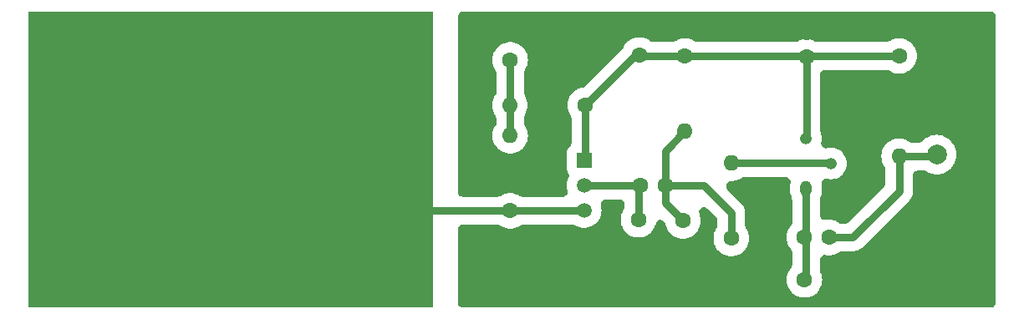
<source format=gbr>
%TF.GenerationSoftware,KiCad,Pcbnew,8.0.0*%
%TF.CreationDate,2024-03-20T10:39:22-03:00*%
%TF.ProjectId,miwhip,6d697768-6970-42e6-9b69-6361645f7063,rev?*%
%TF.SameCoordinates,Original*%
%TF.FileFunction,Copper,L2,Bot*%
%TF.FilePolarity,Positive*%
%FSLAX46Y46*%
G04 Gerber Fmt 4.6, Leading zero omitted, Abs format (unit mm)*
G04 Created by KiCad (PCBNEW 8.0.0) date 2024-03-20 10:39:22*
%MOMM*%
%LPD*%
G01*
G04 APERTURE LIST*
G04 Aperture macros list*
%AMRoundRect*
0 Rectangle with rounded corners*
0 $1 Rounding radius*
0 $2 $3 $4 $5 $6 $7 $8 $9 X,Y pos of 4 corners*
0 Add a 4 corners polygon primitive as box body*
4,1,4,$2,$3,$4,$5,$6,$7,$8,$9,$2,$3,0*
0 Add four circle primitives for the rounded corners*
1,1,$1+$1,$2,$3*
1,1,$1+$1,$4,$5*
1,1,$1+$1,$6,$7*
1,1,$1+$1,$8,$9*
0 Add four rect primitives between the rounded corners*
20,1,$1+$1,$2,$3,$4,$5,0*
20,1,$1+$1,$4,$5,$6,$7,0*
20,1,$1+$1,$6,$7,$8,$9,0*
20,1,$1+$1,$8,$9,$2,$3,0*%
G04 Aperture macros list end*
%TA.AperFunction,ComponentPad*%
%ADD10C,1.600000*%
%TD*%
%TA.AperFunction,ComponentPad*%
%ADD11O,1.600000X1.600000*%
%TD*%
%TA.AperFunction,ComponentPad*%
%ADD12R,1.500000X1.500000*%
%TD*%
%TA.AperFunction,ComponentPad*%
%ADD13C,1.500000*%
%TD*%
%TA.AperFunction,ComponentPad*%
%ADD14O,1.200000X1.600000*%
%TD*%
%TA.AperFunction,ComponentPad*%
%ADD15O,1.200000X1.200000*%
%TD*%
%TA.AperFunction,ComponentPad*%
%ADD16RoundRect,0.250002X-1.699998X-1.699998X1.699998X-1.699998X1.699998X1.699998X-1.699998X1.699998X0*%
%TD*%
%TA.AperFunction,ComponentPad*%
%ADD17C,2.000000*%
%TD*%
%TA.AperFunction,Conductor*%
%ADD18C,0.800000*%
%TD*%
G04 APERTURE END LIST*
D10*
%TO.P,C1,1*%
%TO.N,Net-(Q1-D)*%
X161400000Y-96400000D03*
%TO.P,C1,2*%
%TO.N,Earth*%
X161400000Y-93900000D03*
%TD*%
%TO.P,C2,1*%
%TO.N,Net-(Q1-S)*%
X161500000Y-109600000D03*
%TO.P,C2,2*%
%TO.N,Net-(C2-Pad2)*%
X164000000Y-109600000D03*
%TD*%
%TO.P,C3,1*%
%TO.N,Net-(Q1-D)*%
X178300000Y-96600000D03*
%TO.P,C3,2*%
%TO.N,Earth*%
X178300000Y-94100000D03*
%TD*%
%TO.P,C4,1*%
%TO.N,Net-(Q2-E)*%
X178100000Y-114900000D03*
%TO.P,C4,2*%
%TO.N,Net-(J2-In)*%
X180600000Y-114900000D03*
%TD*%
%TO.P,L1,1,1*%
%TO.N,Net-(Q1-D)*%
X187700000Y-96500000D03*
D11*
%TO.P,L1,2,2*%
%TO.N,Net-(J2-In)*%
X187700000Y-106660000D03*
%TD*%
D12*
%TO.P,Q1,1,D*%
%TO.N,Net-(Q1-D)*%
X155800000Y-107100000D03*
D13*
%TO.P,Q1,2,S*%
%TO.N,Net-(Q1-S)*%
X155800000Y-109640000D03*
%TO.P,Q1,3,G*%
%TO.N,Antenna*%
X155800000Y-112180000D03*
%TD*%
D14*
%TO.P,Q2,1,E*%
%TO.N,Net-(Q2-E)*%
X178260000Y-109940000D03*
D15*
%TO.P,Q2,2,B*%
%TO.N,Net-(Q2-B)*%
X180800000Y-107400000D03*
%TO.P,Q2,3,C*%
%TO.N,Net-(Q1-D)*%
X178260000Y-104860000D03*
%TD*%
D10*
%TO.P,R1,1*%
%TO.N,Net-(Q1-D)*%
X155900000Y-101500000D03*
D11*
%TO.P,R1,2*%
%TO.N,Net-(R1-Pad2)*%
X148280000Y-101500000D03*
%TD*%
D10*
%TO.P,R2,1*%
%TO.N,Antenna*%
X148300000Y-112200000D03*
D11*
%TO.P,R2,2*%
%TO.N,Net-(R1-Pad2)*%
X148300000Y-104580000D03*
%TD*%
D10*
%TO.P,R3,1*%
%TO.N,Net-(R1-Pad2)*%
X148300000Y-96900000D03*
D11*
%TO.P,R3,2*%
%TO.N,Earth*%
X155920000Y-96900000D03*
%TD*%
D10*
%TO.P,R4,1*%
%TO.N,Net-(Q1-S)*%
X161300000Y-113100000D03*
D11*
%TO.P,R4,2*%
%TO.N,Earth*%
X161300000Y-120720000D03*
%TD*%
D10*
%TO.P,R5,1*%
%TO.N,Net-(Q1-D)*%
X166000000Y-96500000D03*
D11*
%TO.P,R5,2*%
%TO.N,Net-(C2-Pad2)*%
X166000000Y-104120000D03*
%TD*%
D10*
%TO.P,R6,1*%
%TO.N,Net-(C2-Pad2)*%
X165800000Y-113200000D03*
D11*
%TO.P,R6,2*%
%TO.N,Earth*%
X165800000Y-120820000D03*
%TD*%
D10*
%TO.P,R7,1*%
%TO.N,Net-(C2-Pad2)*%
X170700000Y-115000000D03*
D11*
%TO.P,R7,2*%
%TO.N,Net-(Q2-B)*%
X170700000Y-107380000D03*
%TD*%
D10*
%TO.P,R8,1*%
%TO.N,Net-(Q2-E)*%
X178100000Y-119200000D03*
D11*
%TO.P,R8,2*%
%TO.N,Earth*%
X185720000Y-119200000D03*
%TD*%
D16*
%TO.P,J1,1,Pin_1*%
%TO.N,Earth*%
X193000000Y-119000000D03*
%TD*%
D17*
%TO.P,J3,1,In*%
%TO.N,Antenna*%
X139000000Y-112000000D03*
%TD*%
%TO.P,J2,1,In*%
%TO.N,Net-(J2-In)*%
X191500000Y-106500000D03*
%TD*%
D18*
%TO.N,Net-(Q1-D)*%
X161400000Y-96400000D02*
X161000000Y-96400000D01*
X178300000Y-96600000D02*
X178300000Y-104820000D01*
X155900000Y-107000000D02*
X155800000Y-107100000D01*
X178300000Y-104820000D02*
X178260000Y-104860000D01*
X187700000Y-96500000D02*
X161500000Y-96500000D01*
X161500000Y-96500000D02*
X161400000Y-96400000D01*
X161000000Y-96400000D02*
X155900000Y-101500000D01*
X155900000Y-101500000D02*
X155900000Y-107000000D01*
%TO.N,Net-(C2-Pad2)*%
X170700000Y-112400000D02*
X170700000Y-115000000D01*
X164000000Y-109600000D02*
X164000000Y-111400000D01*
X164000000Y-109600000D02*
X167900000Y-109600000D01*
X164000000Y-111400000D02*
X165800000Y-113200000D01*
X167900000Y-109600000D02*
X170700000Y-112400000D01*
X164000000Y-106120000D02*
X166000000Y-104120000D01*
X164000000Y-109600000D02*
X164000000Y-106120000D01*
%TO.N,Net-(Q1-S)*%
X155800000Y-109640000D02*
X161460000Y-109640000D01*
X161460000Y-109640000D02*
X161500000Y-109600000D01*
X161300000Y-113100000D02*
X161300000Y-109800000D01*
X161300000Y-109800000D02*
X161500000Y-109600000D01*
%TO.N,Net-(J2-In)*%
X180600000Y-114900000D02*
X183000000Y-114900000D01*
X191500000Y-106700000D02*
X187740000Y-106700000D01*
X187740000Y-106700000D02*
X187700000Y-106660000D01*
X187700000Y-110200000D02*
X187700000Y-106660000D01*
X183000000Y-114900000D02*
X187700000Y-110200000D01*
%TO.N,Net-(Q2-E)*%
X178260000Y-119040000D02*
X178100000Y-119200000D01*
X178260000Y-109940000D02*
X178260000Y-119040000D01*
%TO.N,Net-(Q2-B)*%
X170700000Y-107380000D02*
X180780000Y-107380000D01*
X180780000Y-107380000D02*
X180800000Y-107400000D01*
%TO.N,Net-(R1-Pad2)*%
X148300000Y-96900000D02*
X148300000Y-104580000D01*
%TO.N,Antenna*%
X155800000Y-112180000D02*
X139420000Y-112180000D01*
%TD*%
%TA.AperFunction,Conductor*%
%TO.N,Antenna*%
G36*
X140496632Y-92003368D02*
G01*
X140500000Y-92011500D01*
X140500000Y-121988500D01*
X140496632Y-121996632D01*
X140488500Y-122000000D01*
X99511500Y-122000000D01*
X99503368Y-121996632D01*
X99500000Y-121988500D01*
X99500000Y-92011500D01*
X99503368Y-92003368D01*
X99511500Y-92000000D01*
X140488500Y-92000000D01*
X140496632Y-92003368D01*
G37*
%TD.AperFunction*%
%TD*%
%TA.AperFunction,Conductor*%
%TO.N,Earth*%
G36*
X197141585Y-92020213D02*
G01*
X197270780Y-92079214D01*
X197378119Y-92172224D01*
X197454906Y-92291708D01*
X197494921Y-92427985D01*
X197500000Y-92499000D01*
X197500000Y-121501000D01*
X197479787Y-121641585D01*
X197420786Y-121770780D01*
X197327776Y-121878119D01*
X197208292Y-121954906D01*
X197072015Y-121994921D01*
X197001000Y-122000000D01*
X143499000Y-122000000D01*
X143358415Y-121979787D01*
X143229220Y-121920786D01*
X143121881Y-121827776D01*
X143045094Y-121708292D01*
X143005079Y-121572015D01*
X143000000Y-121501000D01*
X143000000Y-114079500D01*
X143020213Y-113938915D01*
X143079214Y-113809720D01*
X143172224Y-113702381D01*
X143291708Y-113625594D01*
X143427985Y-113585579D01*
X143499000Y-113580500D01*
X146974671Y-113580500D01*
X147115256Y-113600713D01*
X147244451Y-113659714D01*
X147255762Y-113667202D01*
X147397226Y-113763651D01*
X147640359Y-113880738D01*
X147898228Y-113960280D01*
X148165071Y-114000500D01*
X148165075Y-114000500D01*
X148434925Y-114000500D01*
X148434929Y-114000500D01*
X148701772Y-113960280D01*
X148959641Y-113880738D01*
X149202775Y-113763651D01*
X149344234Y-113667206D01*
X149471772Y-113604714D01*
X149611755Y-113580685D01*
X149625328Y-113580500D01*
X154592766Y-113580500D01*
X154733351Y-113600713D01*
X154862546Y-113659714D01*
X154873863Y-113667207D01*
X154896289Y-113682497D01*
X154922296Y-113700228D01*
X155158677Y-113814063D01*
X155409385Y-113891396D01*
X155668818Y-113930500D01*
X155668823Y-113930500D01*
X155931177Y-113930500D01*
X155931182Y-113930500D01*
X156190615Y-113891396D01*
X156441323Y-113814063D01*
X156677704Y-113700228D01*
X156894479Y-113552433D01*
X157086805Y-113373981D01*
X157250386Y-113168857D01*
X157381568Y-112941643D01*
X157381572Y-112941632D01*
X157381574Y-112941629D01*
X157443142Y-112784754D01*
X157477420Y-112697416D01*
X157535802Y-112441630D01*
X157555408Y-112180000D01*
X157535802Y-111918370D01*
X157477420Y-111662584D01*
X157474671Y-111650539D01*
X157463094Y-111508981D01*
X157491868Y-111369896D01*
X157558660Y-111244551D01*
X157658061Y-111143101D01*
X157782017Y-111073765D01*
X157920486Y-111042160D01*
X157961160Y-111040500D01*
X159400500Y-111040500D01*
X159541085Y-111060713D01*
X159670280Y-111119714D01*
X159777619Y-111212724D01*
X159854406Y-111332208D01*
X159894421Y-111468485D01*
X159899500Y-111539500D01*
X159899500Y-111795042D01*
X159879287Y-111935627D01*
X159820286Y-112064822D01*
X159812792Y-112076141D01*
X159808182Y-112082901D01*
X159673256Y-112316602D01*
X159673255Y-112316604D01*
X159574667Y-112567799D01*
X159545083Y-112697415D01*
X159514617Y-112830897D01*
X159494451Y-113100000D01*
X159514617Y-113369103D01*
X159517645Y-113382370D01*
X159574667Y-113632200D01*
X159673255Y-113883395D01*
X159673256Y-113883397D01*
X159808180Y-114117094D01*
X159808191Y-114117110D01*
X159976436Y-114328082D01*
X159976438Y-114328084D01*
X159976439Y-114328085D01*
X160174259Y-114511635D01*
X160397226Y-114663651D01*
X160640359Y-114780738D01*
X160898228Y-114860280D01*
X161165071Y-114900500D01*
X161165075Y-114900500D01*
X161434925Y-114900500D01*
X161434929Y-114900500D01*
X161701772Y-114860280D01*
X161959641Y-114780738D01*
X162202775Y-114663651D01*
X162425741Y-114511635D01*
X162623561Y-114328085D01*
X162791815Y-114117102D01*
X162926743Y-113883398D01*
X163025334Y-113632195D01*
X163052100Y-113514922D01*
X163103086Y-113382370D01*
X163189356Y-113269543D01*
X163303919Y-113185591D01*
X163437493Y-113137316D01*
X163579258Y-113128628D01*
X163717727Y-113160232D01*
X163841684Y-113229567D01*
X163941085Y-113331017D01*
X164007878Y-113456361D01*
X164025076Y-113514928D01*
X164039220Y-113576899D01*
X164074666Y-113732195D01*
X164074667Y-113732198D01*
X164074668Y-113732201D01*
X164173255Y-113983395D01*
X164173256Y-113983397D01*
X164308180Y-114217094D01*
X164308191Y-114217110D01*
X164476436Y-114428082D01*
X164476438Y-114428084D01*
X164476439Y-114428085D01*
X164674259Y-114611635D01*
X164897226Y-114763651D01*
X165140359Y-114880738D01*
X165398228Y-114960280D01*
X165665071Y-115000500D01*
X165665075Y-115000500D01*
X165934925Y-115000500D01*
X165934929Y-115000500D01*
X166201772Y-114960280D01*
X166459641Y-114880738D01*
X166702775Y-114763651D01*
X166925741Y-114611635D01*
X167123561Y-114428085D01*
X167291815Y-114217102D01*
X167426743Y-113983398D01*
X167525334Y-113732195D01*
X167585383Y-113469103D01*
X167605549Y-113200000D01*
X167585383Y-112930897D01*
X167525334Y-112667805D01*
X167454683Y-112487791D01*
X167422138Y-112349544D01*
X167429859Y-112207724D01*
X167477224Y-112073824D01*
X167560394Y-111958692D01*
X167672631Y-111871655D01*
X167804843Y-111819765D01*
X167946318Y-111807225D01*
X168085596Y-111835051D01*
X168211392Y-111900989D01*
X168272035Y-111952641D01*
X169153346Y-112833952D01*
X169238462Y-112947653D01*
X169288096Y-113080728D01*
X169299500Y-113186798D01*
X169299500Y-113695042D01*
X169279287Y-113835627D01*
X169220286Y-113964822D01*
X169212792Y-113976141D01*
X169208182Y-113982901D01*
X169073256Y-114216602D01*
X169073255Y-114216604D01*
X168974667Y-114467799D01*
X168929966Y-114663648D01*
X168914617Y-114730897D01*
X168894451Y-115000000D01*
X168914617Y-115269103D01*
X168914618Y-115269107D01*
X168974667Y-115532200D01*
X169073255Y-115783395D01*
X169073256Y-115783397D01*
X169208180Y-116017094D01*
X169208191Y-116017110D01*
X169376436Y-116228082D01*
X169376438Y-116228084D01*
X169376439Y-116228085D01*
X169574259Y-116411635D01*
X169797226Y-116563651D01*
X170040359Y-116680738D01*
X170298228Y-116760280D01*
X170565071Y-116800500D01*
X170565075Y-116800500D01*
X170834925Y-116800500D01*
X170834929Y-116800500D01*
X171101772Y-116760280D01*
X171359641Y-116680738D01*
X171602775Y-116563651D01*
X171825741Y-116411635D01*
X172023561Y-116228085D01*
X172191815Y-116017102D01*
X172326743Y-115783398D01*
X172425334Y-115532195D01*
X172485383Y-115269103D01*
X172505549Y-115000000D01*
X172485383Y-114730897D01*
X172425334Y-114467805D01*
X172386086Y-114367805D01*
X172326744Y-114216604D01*
X172326743Y-114216602D01*
X172191817Y-113982901D01*
X172187208Y-113976141D01*
X172183247Y-113968058D01*
X172182479Y-113966727D01*
X172182569Y-113966674D01*
X172124714Y-113848598D01*
X172100685Y-113708616D01*
X172100500Y-113695042D01*
X172100500Y-112530848D01*
X172100501Y-112530823D01*
X172100501Y-112289779D01*
X172087505Y-112207724D01*
X172066015Y-112072049D01*
X172022332Y-111937606D01*
X171997895Y-111862394D01*
X171997894Y-111862392D01*
X171997893Y-111862389D01*
X171897817Y-111665982D01*
X171897815Y-111665978D01*
X171768242Y-111487635D01*
X171768237Y-111487630D01*
X171768235Y-111487627D01*
X171599844Y-111319237D01*
X171599835Y-111319229D01*
X170312952Y-110032346D01*
X170227836Y-109918645D01*
X170178202Y-109785570D01*
X170168069Y-109643902D01*
X170198260Y-109505117D01*
X170266328Y-109380460D01*
X170366758Y-109280030D01*
X170491415Y-109211962D01*
X170630200Y-109181771D01*
X170665798Y-109180500D01*
X170834925Y-109180500D01*
X170834929Y-109180500D01*
X171101772Y-109140280D01*
X171359641Y-109060738D01*
X171602775Y-108943651D01*
X171627385Y-108926872D01*
X171714899Y-108867207D01*
X171842441Y-108804713D01*
X171982424Y-108780685D01*
X171995995Y-108780500D01*
X176207266Y-108780500D01*
X176347851Y-108800713D01*
X176477046Y-108859714D01*
X176584385Y-108952724D01*
X176661172Y-109072208D01*
X176701187Y-109208485D01*
X176701187Y-109350515D01*
X176700122Y-109357561D01*
X176659500Y-109614037D01*
X176659500Y-110265962D01*
X176698908Y-110514779D01*
X176698912Y-110514795D01*
X176776756Y-110754373D01*
X176776758Y-110754378D01*
X176805111Y-110810022D01*
X176850926Y-110944460D01*
X176859500Y-111036566D01*
X176859500Y-113393152D01*
X176839287Y-113533737D01*
X176780286Y-113662932D01*
X176750633Y-113704274D01*
X176608191Y-113882889D01*
X176608180Y-113882905D01*
X176473256Y-114116602D01*
X176473255Y-114116604D01*
X176374667Y-114367799D01*
X176341838Y-114511633D01*
X176314617Y-114630897D01*
X176294451Y-114900000D01*
X176314617Y-115169103D01*
X176314618Y-115169107D01*
X176374667Y-115432200D01*
X176473255Y-115683395D01*
X176473256Y-115683397D01*
X176608180Y-115917094D01*
X176608191Y-115917110D01*
X176750633Y-116095726D01*
X176822483Y-116218242D01*
X176856906Y-116356037D01*
X176859500Y-116406848D01*
X176859500Y-117693152D01*
X176839287Y-117833737D01*
X176780286Y-117962932D01*
X176750633Y-118004274D01*
X176608191Y-118182889D01*
X176608180Y-118182905D01*
X176473256Y-118416602D01*
X176473255Y-118416604D01*
X176374667Y-118667799D01*
X176374666Y-118667805D01*
X176314617Y-118930897D01*
X176294451Y-119200000D01*
X176314617Y-119469103D01*
X176314618Y-119469107D01*
X176374667Y-119732200D01*
X176473255Y-119983395D01*
X176473256Y-119983397D01*
X176608180Y-120217094D01*
X176608191Y-120217110D01*
X176776436Y-120428082D01*
X176776438Y-120428084D01*
X176776439Y-120428085D01*
X176974259Y-120611635D01*
X177197226Y-120763651D01*
X177440359Y-120880738D01*
X177698228Y-120960280D01*
X177965071Y-121000500D01*
X177965075Y-121000500D01*
X178234925Y-121000500D01*
X178234929Y-121000500D01*
X178501772Y-120960280D01*
X178759641Y-120880738D01*
X179002775Y-120763651D01*
X179225741Y-120611635D01*
X179423561Y-120428085D01*
X179591815Y-120217102D01*
X179726743Y-119983398D01*
X179825334Y-119732195D01*
X179885383Y-119469103D01*
X179905549Y-119200000D01*
X179885383Y-118930897D01*
X179825334Y-118667805D01*
X179726743Y-118416602D01*
X179726739Y-118416596D01*
X179718642Y-118399781D01*
X179719943Y-118399154D01*
X179674562Y-118285787D01*
X179660500Y-118168159D01*
X179660500Y-117159079D01*
X179680713Y-117018494D01*
X179739714Y-116889299D01*
X179832724Y-116781960D01*
X179952208Y-116705173D01*
X180088485Y-116665158D01*
X180230515Y-116665158D01*
X180233785Y-116665639D01*
X180465071Y-116700500D01*
X180465075Y-116700500D01*
X180734925Y-116700500D01*
X180734929Y-116700500D01*
X181001772Y-116660280D01*
X181259641Y-116580738D01*
X181502775Y-116463651D01*
X181539502Y-116438611D01*
X181614899Y-116387207D01*
X181742441Y-116324713D01*
X181882424Y-116300685D01*
X181895995Y-116300500D01*
X182869152Y-116300500D01*
X182869176Y-116300501D01*
X182889778Y-116300501D01*
X183110221Y-116300501D01*
X183110222Y-116300501D01*
X183327951Y-116266015D01*
X183537606Y-116197895D01*
X183734022Y-116097815D01*
X183774726Y-116068242D01*
X183912365Y-115968242D01*
X183912369Y-115968237D01*
X183912372Y-115968236D01*
X184096676Y-115783931D01*
X184096687Y-115783917D01*
X188583917Y-111296687D01*
X188583931Y-111296676D01*
X188768235Y-111112372D01*
X188768242Y-111112365D01*
X188897815Y-110934022D01*
X188997895Y-110737606D01*
X189066015Y-110527951D01*
X189077029Y-110458412D01*
X189100501Y-110310222D01*
X189100501Y-110089778D01*
X189100501Y-110072084D01*
X189100500Y-110072054D01*
X189100500Y-108599500D01*
X189120713Y-108458915D01*
X189179714Y-108329720D01*
X189272724Y-108222381D01*
X189392208Y-108145594D01*
X189528485Y-108105579D01*
X189599500Y-108100500D01*
X190134217Y-108100500D01*
X190274802Y-108120713D01*
X190403995Y-108179713D01*
X190415685Y-108187226D01*
X190666839Y-108324367D01*
X190857648Y-108395535D01*
X190934956Y-108424370D01*
X191195138Y-108480968D01*
X191214572Y-108485196D01*
X191500000Y-108505610D01*
X191785428Y-108485196D01*
X191906240Y-108458915D01*
X192065043Y-108424370D01*
X192083760Y-108417389D01*
X192333161Y-108324367D01*
X192584315Y-108187226D01*
X192813395Y-108015739D01*
X193015739Y-107813395D01*
X193187226Y-107584315D01*
X193324367Y-107333161D01*
X193424369Y-107065046D01*
X193485196Y-106785428D01*
X193505610Y-106500000D01*
X193485196Y-106214572D01*
X193469768Y-106143651D01*
X193424370Y-105934956D01*
X193395535Y-105857648D01*
X193324367Y-105666839D01*
X193187226Y-105415685D01*
X193079357Y-105271589D01*
X193015741Y-105186607D01*
X192813392Y-104984258D01*
X192675947Y-104881368D01*
X192584315Y-104812774D01*
X192584313Y-104812773D01*
X192584312Y-104812772D01*
X192333161Y-104675633D01*
X192065043Y-104575629D01*
X191785436Y-104514805D01*
X191785430Y-104514804D01*
X191785428Y-104514804D01*
X191500000Y-104494390D01*
X191214572Y-104514804D01*
X191214569Y-104514804D01*
X191214563Y-104514805D01*
X190934956Y-104575629D01*
X190666838Y-104675633D01*
X190415687Y-104812772D01*
X190415682Y-104812776D01*
X190186607Y-104984258D01*
X190017520Y-105153346D01*
X189903819Y-105238462D01*
X189770744Y-105288096D01*
X189664674Y-105299500D01*
X189054664Y-105299500D01*
X188914079Y-105279287D01*
X188784884Y-105220286D01*
X188773567Y-105212793D01*
X188602781Y-105096353D01*
X188602780Y-105096352D01*
X188602775Y-105096349D01*
X188510181Y-105051758D01*
X188359649Y-104979265D01*
X188359646Y-104979264D01*
X188359643Y-104979263D01*
X188359641Y-104979262D01*
X188101772Y-104899720D01*
X188101770Y-104899719D01*
X188101768Y-104899719D01*
X187995805Y-104883748D01*
X187834929Y-104859500D01*
X187565071Y-104859500D01*
X187441458Y-104878131D01*
X187298230Y-104899719D01*
X187138104Y-104949111D01*
X187040359Y-104979262D01*
X187040355Y-104979263D01*
X187040349Y-104979266D01*
X186797233Y-105096345D01*
X186797222Y-105096351D01*
X186574257Y-105248366D01*
X186376436Y-105431917D01*
X186208191Y-105642889D01*
X186208180Y-105642905D01*
X186073256Y-105876602D01*
X186073255Y-105876604D01*
X185974667Y-106127799D01*
X185921006Y-106362905D01*
X185914617Y-106390897D01*
X185894451Y-106660000D01*
X185914617Y-106929103D01*
X185914618Y-106929107D01*
X185974667Y-107192200D01*
X186073255Y-107443395D01*
X186073258Y-107443401D01*
X186154613Y-107584312D01*
X186208185Y-107677102D01*
X186208192Y-107677111D01*
X186212795Y-107683862D01*
X186216758Y-107691951D01*
X186217521Y-107693272D01*
X186217431Y-107693323D01*
X186275287Y-107811405D01*
X186299315Y-107951388D01*
X186299500Y-107964957D01*
X186299500Y-109413202D01*
X186279287Y-109553787D01*
X186220286Y-109682982D01*
X186153346Y-109766048D01*
X182566048Y-113353346D01*
X182452347Y-113438462D01*
X182319272Y-113488096D01*
X182213202Y-113499500D01*
X181895995Y-113499500D01*
X181755410Y-113479287D01*
X181626215Y-113420286D01*
X181614899Y-113412793D01*
X181502788Y-113336357D01*
X181502780Y-113336352D01*
X181502775Y-113336349D01*
X181364051Y-113269543D01*
X181259649Y-113219265D01*
X181259646Y-113219264D01*
X181259643Y-113219263D01*
X181259641Y-113219262D01*
X181001772Y-113139720D01*
X181001770Y-113139719D01*
X181001768Y-113139719D01*
X180895805Y-113123748D01*
X180734929Y-113099500D01*
X180465071Y-113099500D01*
X180411454Y-113107581D01*
X180233869Y-113134347D01*
X180091842Y-113135312D01*
X179955297Y-113096224D01*
X179835294Y-113020250D01*
X179741557Y-112913546D01*
X179681679Y-112784754D01*
X179660512Y-112644310D01*
X179660500Y-112640920D01*
X179660500Y-111036566D01*
X179680713Y-110895981D01*
X179714889Y-110810022D01*
X179740740Y-110759287D01*
X179743241Y-110754379D01*
X179781591Y-110636350D01*
X179821087Y-110514795D01*
X179821087Y-110514791D01*
X179821090Y-110514785D01*
X179839350Y-110399500D01*
X179860500Y-110265962D01*
X179860500Y-109614042D01*
X179860500Y-109614038D01*
X179846660Y-109526661D01*
X179844632Y-109384655D01*
X179882695Y-109247820D01*
X179957768Y-109127252D01*
X180063767Y-109032718D01*
X180192106Y-108971876D01*
X180332388Y-108949657D01*
X180456005Y-108963393D01*
X180534543Y-108982247D01*
X180548852Y-108985683D01*
X180800000Y-109005449D01*
X181051148Y-108985683D01*
X181296111Y-108926873D01*
X181528859Y-108830466D01*
X181743659Y-108698836D01*
X181849915Y-108608085D01*
X181935222Y-108535226D01*
X181935226Y-108535222D01*
X182098830Y-108343666D01*
X182098829Y-108343666D01*
X182098836Y-108343659D01*
X182230466Y-108128859D01*
X182326873Y-107896111D01*
X182385683Y-107651148D01*
X182405449Y-107400000D01*
X182385683Y-107148852D01*
X182326873Y-106903889D01*
X182230466Y-106671141D01*
X182098836Y-106456341D01*
X182098832Y-106456337D01*
X182098830Y-106456333D01*
X181935226Y-106264777D01*
X181935222Y-106264773D01*
X181743666Y-106101169D01*
X181743660Y-106101165D01*
X181743659Y-106101164D01*
X181528859Y-105969534D01*
X181296111Y-105873127D01*
X181184668Y-105846372D01*
X181051153Y-105814318D01*
X181051151Y-105814317D01*
X181051148Y-105814317D01*
X180800000Y-105794551D01*
X180548852Y-105814317D01*
X180548850Y-105814317D01*
X180548842Y-105814318D01*
X180415327Y-105846372D01*
X180273908Y-105859536D01*
X180134509Y-105832324D01*
X180008423Y-105766941D01*
X179905865Y-105668684D01*
X179835143Y-105545513D01*
X179801988Y-105407407D01*
X179809084Y-105265554D01*
X179813628Y-105244669D01*
X179845681Y-105111157D01*
X179845681Y-105111156D01*
X179845683Y-105111148D01*
X179865449Y-104860000D01*
X179845683Y-104608852D01*
X179786873Y-104363889D01*
X179738484Y-104247066D01*
X179703359Y-104109448D01*
X179700500Y-104056108D01*
X179700500Y-98399500D01*
X179720713Y-98258915D01*
X179779714Y-98129720D01*
X179872724Y-98022381D01*
X179992208Y-97945594D01*
X180128485Y-97905579D01*
X180199500Y-97900500D01*
X186404006Y-97900500D01*
X186544591Y-97920713D01*
X186673786Y-97979714D01*
X186685102Y-97987207D01*
X186797212Y-98063642D01*
X186797216Y-98063644D01*
X186797226Y-98063651D01*
X187040359Y-98180738D01*
X187298228Y-98260280D01*
X187565071Y-98300500D01*
X187565075Y-98300500D01*
X187834925Y-98300500D01*
X187834929Y-98300500D01*
X188101772Y-98260280D01*
X188359641Y-98180738D01*
X188602775Y-98063651D01*
X188825741Y-97911635D01*
X189023561Y-97728085D01*
X189191815Y-97517102D01*
X189326743Y-97283398D01*
X189425334Y-97032195D01*
X189485383Y-96769103D01*
X189505549Y-96500000D01*
X189485383Y-96230897D01*
X189425334Y-95967805D01*
X189326743Y-95716602D01*
X189191815Y-95482898D01*
X189112077Y-95382910D01*
X189023563Y-95271917D01*
X188966814Y-95219262D01*
X188825741Y-95088365D01*
X188602775Y-94936349D01*
X188519428Y-94896211D01*
X188359649Y-94819265D01*
X188359646Y-94819264D01*
X188359643Y-94819263D01*
X188359641Y-94819262D01*
X188101772Y-94739720D01*
X188101770Y-94739719D01*
X188101768Y-94739719D01*
X187995805Y-94723748D01*
X187834929Y-94699500D01*
X187565071Y-94699500D01*
X187441458Y-94718131D01*
X187298230Y-94739719D01*
X187138104Y-94789111D01*
X187040359Y-94819262D01*
X187040355Y-94819263D01*
X187040349Y-94819266D01*
X186797233Y-94936345D01*
X186797212Y-94936357D01*
X186685102Y-95012793D01*
X186557560Y-95075287D01*
X186417577Y-95099315D01*
X186404006Y-95099500D01*
X179445862Y-95099500D01*
X179305277Y-95079287D01*
X179220335Y-95042913D01*
X179219596Y-95044450D01*
X179202776Y-95036350D01*
X179202775Y-95036349D01*
X179130496Y-95001541D01*
X178959649Y-94919265D01*
X178959646Y-94919264D01*
X178959643Y-94919263D01*
X178959641Y-94919262D01*
X178701772Y-94839720D01*
X178701770Y-94839719D01*
X178701768Y-94839719D01*
X178595805Y-94823748D01*
X178434929Y-94799500D01*
X178165071Y-94799500D01*
X178041458Y-94818131D01*
X177898230Y-94839719D01*
X177738104Y-94889111D01*
X177640359Y-94919262D01*
X177640355Y-94919263D01*
X177640349Y-94919266D01*
X177380404Y-95044450D01*
X177379394Y-95042353D01*
X177271775Y-95085436D01*
X177154139Y-95099500D01*
X167295995Y-95099500D01*
X167155410Y-95079287D01*
X167026215Y-95020286D01*
X167014899Y-95012793D01*
X166902788Y-94936357D01*
X166902780Y-94936352D01*
X166902775Y-94936349D01*
X166819428Y-94896211D01*
X166659649Y-94819265D01*
X166659646Y-94819264D01*
X166659643Y-94819263D01*
X166659641Y-94819262D01*
X166401772Y-94739720D01*
X166401770Y-94739719D01*
X166401768Y-94739719D01*
X166295805Y-94723748D01*
X166134929Y-94699500D01*
X165865071Y-94699500D01*
X165741458Y-94718131D01*
X165598230Y-94739719D01*
X165438104Y-94789111D01*
X165340359Y-94819262D01*
X165340355Y-94819263D01*
X165340349Y-94819266D01*
X165097233Y-94936345D01*
X165097212Y-94936357D01*
X164985102Y-95012793D01*
X164857560Y-95075287D01*
X164717577Y-95099315D01*
X164704006Y-95099500D01*
X162839707Y-95099500D01*
X162699122Y-95079287D01*
X162569927Y-95020286D01*
X162528579Y-94990629D01*
X162525747Y-94988370D01*
X162525741Y-94988365D01*
X162302775Y-94836349D01*
X162219428Y-94796211D01*
X162059649Y-94719265D01*
X162059646Y-94719264D01*
X162059643Y-94719263D01*
X162059641Y-94719262D01*
X161801772Y-94639720D01*
X161801770Y-94639719D01*
X161801768Y-94639719D01*
X161695805Y-94623748D01*
X161534929Y-94599500D01*
X161265071Y-94599500D01*
X161141458Y-94618131D01*
X160998230Y-94639719D01*
X160838104Y-94689111D01*
X160740359Y-94719262D01*
X160740355Y-94719263D01*
X160740349Y-94719266D01*
X160497233Y-94836345D01*
X160497222Y-94836351D01*
X160274257Y-94988366D01*
X160076436Y-95171917D01*
X159908191Y-95382889D01*
X159908177Y-95382910D01*
X159765759Y-95629587D01*
X159686458Y-95732934D01*
X155827983Y-99591409D01*
X155714282Y-99676525D01*
X155581207Y-99726159D01*
X155549513Y-99731989D01*
X155498237Y-99739718D01*
X155498232Y-99739719D01*
X155498229Y-99739719D01*
X155498228Y-99739720D01*
X155240359Y-99819262D01*
X155240355Y-99819263D01*
X155240349Y-99819266D01*
X154997233Y-99936345D01*
X154997222Y-99936351D01*
X154774257Y-100088366D01*
X154576436Y-100271917D01*
X154408191Y-100482889D01*
X154408180Y-100482905D01*
X154273256Y-100716602D01*
X154273255Y-100716604D01*
X154174667Y-100967799D01*
X154174666Y-100967805D01*
X154114617Y-101230897D01*
X154094451Y-101500000D01*
X154114617Y-101769103D01*
X154137514Y-101869421D01*
X154174667Y-102032200D01*
X154273255Y-102283395D01*
X154273258Y-102283401D01*
X154363246Y-102439265D01*
X154408185Y-102517102D01*
X154408192Y-102517111D01*
X154412795Y-102523862D01*
X154416758Y-102531951D01*
X154417521Y-102533272D01*
X154417431Y-102533323D01*
X154475287Y-102651405D01*
X154499315Y-102791388D01*
X154499500Y-102804957D01*
X154499500Y-105271589D01*
X154479287Y-105412174D01*
X154420286Y-105541369D01*
X154353346Y-105624435D01*
X154338889Y-105638891D01*
X154210304Y-105796589D01*
X154210302Y-105796592D01*
X154116095Y-105976942D01*
X154116090Y-105976953D01*
X154066027Y-106151917D01*
X154060114Y-106172582D01*
X154049500Y-106291963D01*
X154049500Y-106291969D01*
X154049500Y-106291970D01*
X154049500Y-107908030D01*
X154053035Y-107947792D01*
X154060114Y-108027418D01*
X154081025Y-108100500D01*
X154116090Y-108223046D01*
X154116094Y-108223057D01*
X154217606Y-108417389D01*
X154264781Y-108551356D01*
X154272301Y-108693187D01*
X154239559Y-108831391D01*
X154224895Y-108864937D01*
X154218426Y-108878368D01*
X154122582Y-109122577D01*
X154122580Y-109122584D01*
X154067201Y-109365215D01*
X154064198Y-109378370D01*
X154044592Y-109640000D01*
X154064198Y-109901630D01*
X154064199Y-109901634D01*
X154125329Y-110169461D01*
X154136906Y-110311019D01*
X154108132Y-110450104D01*
X154041340Y-110575449D01*
X153941939Y-110676899D01*
X153817983Y-110746235D01*
X153679514Y-110777840D01*
X153638840Y-110779500D01*
X149566660Y-110779500D01*
X149426075Y-110759287D01*
X149296880Y-110700286D01*
X149285563Y-110692793D01*
X149202781Y-110636353D01*
X149202776Y-110636350D01*
X149202775Y-110636349D01*
X149076315Y-110575449D01*
X148959649Y-110519265D01*
X148959646Y-110519264D01*
X148959643Y-110519263D01*
X148959641Y-110519262D01*
X148701772Y-110439720D01*
X148701770Y-110439719D01*
X148701768Y-110439719D01*
X148595805Y-110423748D01*
X148434929Y-110399500D01*
X148165071Y-110399500D01*
X148041458Y-110418131D01*
X147898230Y-110439719D01*
X147742382Y-110487792D01*
X147640359Y-110519262D01*
X147523686Y-110575449D01*
X147397223Y-110636350D01*
X147314438Y-110692793D01*
X147186895Y-110755286D01*
X147046913Y-110779315D01*
X147033341Y-110779500D01*
X143499000Y-110779500D01*
X143358415Y-110759287D01*
X143229220Y-110700286D01*
X143121881Y-110607276D01*
X143045094Y-110487792D01*
X143005079Y-110351515D01*
X143000000Y-110280500D01*
X143000000Y-101500000D01*
X146474451Y-101500000D01*
X146494617Y-101769103D01*
X146517514Y-101869421D01*
X146554667Y-102032200D01*
X146653255Y-102283395D01*
X146653256Y-102283397D01*
X146788180Y-102517094D01*
X146788185Y-102517102D01*
X146790631Y-102520169D01*
X146792810Y-102523885D01*
X146798701Y-102532525D01*
X146798112Y-102532926D01*
X146862482Y-102642685D01*
X146896906Y-102780480D01*
X146899500Y-102831294D01*
X146899500Y-103275042D01*
X146879287Y-103415627D01*
X146820286Y-103544822D01*
X146812792Y-103556141D01*
X146808182Y-103562901D01*
X146673256Y-103796602D01*
X146673255Y-103796604D01*
X146574667Y-104047799D01*
X146572771Y-104056108D01*
X146514617Y-104310897D01*
X146494451Y-104580000D01*
X146514617Y-104849103D01*
X146537514Y-104949421D01*
X146574667Y-105112200D01*
X146673255Y-105363395D01*
X146673256Y-105363397D01*
X146808180Y-105597094D01*
X146808191Y-105597110D01*
X146976436Y-105808082D01*
X146976438Y-105808084D01*
X146976439Y-105808085D01*
X147174259Y-105991635D01*
X147397226Y-106143651D01*
X147640359Y-106260738D01*
X147898228Y-106340280D01*
X148165071Y-106380500D01*
X148165075Y-106380500D01*
X148434925Y-106380500D01*
X148434929Y-106380500D01*
X148701772Y-106340280D01*
X148959641Y-106260738D01*
X149202775Y-106143651D01*
X149425741Y-105991635D01*
X149623561Y-105808085D01*
X149791815Y-105597102D01*
X149926743Y-105363398D01*
X150025334Y-105112195D01*
X150085383Y-104849103D01*
X150105549Y-104580000D01*
X150085383Y-104310897D01*
X150025334Y-104047805D01*
X149982644Y-103939035D01*
X149926744Y-103796604D01*
X149926743Y-103796602D01*
X149791817Y-103562901D01*
X149787208Y-103556141D01*
X149783247Y-103548058D01*
X149782479Y-103546727D01*
X149782569Y-103546674D01*
X149724714Y-103428598D01*
X149700685Y-103288616D01*
X149700500Y-103275042D01*
X149700500Y-102774328D01*
X149720713Y-102633743D01*
X149767353Y-102524828D01*
X149771809Y-102517108D01*
X149771815Y-102517102D01*
X149906743Y-102283398D01*
X150005334Y-102032195D01*
X150065383Y-101769103D01*
X150085549Y-101500000D01*
X150065383Y-101230897D01*
X150005334Y-100967805D01*
X149906743Y-100716602D01*
X149771815Y-100482898D01*
X149767352Y-100475167D01*
X149714565Y-100343310D01*
X149700500Y-100225669D01*
X149700500Y-98204957D01*
X149720713Y-98064372D01*
X149779714Y-97935177D01*
X149787205Y-97923862D01*
X149791800Y-97917120D01*
X149791815Y-97917102D01*
X149926743Y-97683398D01*
X150025334Y-97432195D01*
X150085383Y-97169103D01*
X150105549Y-96900000D01*
X150085383Y-96630897D01*
X150025334Y-96367805D01*
X149926743Y-96116602D01*
X149791815Y-95882898D01*
X149791808Y-95882889D01*
X149623563Y-95671917D01*
X149425742Y-95488366D01*
X149417732Y-95482905D01*
X149202775Y-95336349D01*
X149119428Y-95296211D01*
X148959649Y-95219265D01*
X148959646Y-95219264D01*
X148959643Y-95219263D01*
X148959641Y-95219262D01*
X148701772Y-95139720D01*
X148701770Y-95139719D01*
X148701768Y-95139719D01*
X148595805Y-95123748D01*
X148434929Y-95099500D01*
X148165071Y-95099500D01*
X148041458Y-95118131D01*
X147898230Y-95139719D01*
X147738104Y-95189111D01*
X147640359Y-95219262D01*
X147640355Y-95219263D01*
X147640349Y-95219266D01*
X147397233Y-95336345D01*
X147397222Y-95336351D01*
X147174257Y-95488366D01*
X146976436Y-95671917D01*
X146808191Y-95882889D01*
X146808180Y-95882905D01*
X146673256Y-96116602D01*
X146673255Y-96116604D01*
X146574667Y-96367799D01*
X146574666Y-96367805D01*
X146514617Y-96630897D01*
X146494451Y-96900000D01*
X146514617Y-97169103D01*
X146514618Y-97169107D01*
X146574667Y-97432200D01*
X146673255Y-97683395D01*
X146673258Y-97683401D01*
X146779671Y-97867715D01*
X146808185Y-97917102D01*
X146808192Y-97917111D01*
X146812795Y-97923862D01*
X146816758Y-97931951D01*
X146817521Y-97933272D01*
X146817431Y-97933323D01*
X146875287Y-98051405D01*
X146899315Y-98191388D01*
X146899500Y-98204957D01*
X146899500Y-100168705D01*
X146879287Y-100309290D01*
X146820286Y-100438485D01*
X146790638Y-100479822D01*
X146788187Y-100482895D01*
X146788181Y-100482903D01*
X146653256Y-100716602D01*
X146653255Y-100716604D01*
X146554667Y-100967799D01*
X146554666Y-100967805D01*
X146494617Y-101230897D01*
X146474451Y-101500000D01*
X143000000Y-101500000D01*
X143000000Y-92499000D01*
X143020213Y-92358415D01*
X143079214Y-92229220D01*
X143172224Y-92121881D01*
X143291708Y-92045094D01*
X143427985Y-92005079D01*
X143499000Y-92000000D01*
X197001000Y-92000000D01*
X197141585Y-92020213D01*
G37*
%TD.AperFunction*%
%TD*%
M02*

</source>
